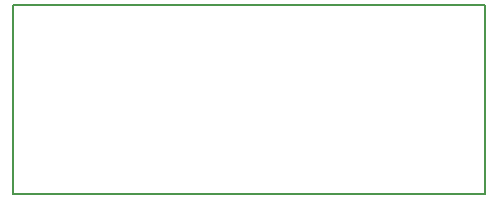
<source format=gm1>
G04 #@! TF.FileFunction,Profile,NP*
%FSLAX46Y46*%
G04 Gerber Fmt 4.6, Leading zero omitted, Abs format (unit mm)*
G04 Created by KiCad (PCBNEW 4.0.2-stable) date 28/05/2016 23:34:47*
%MOMM*%
G01*
G04 APERTURE LIST*
%ADD10C,0.100000*%
%ADD11C,0.150000*%
G04 APERTURE END LIST*
D10*
D11*
X0Y16000000D02*
X0Y0D01*
X40000000Y16000000D02*
X0Y16000000D01*
X40000000Y0D02*
X40000000Y16000000D01*
X0Y0D02*
X40000000Y0D01*
M02*

</source>
